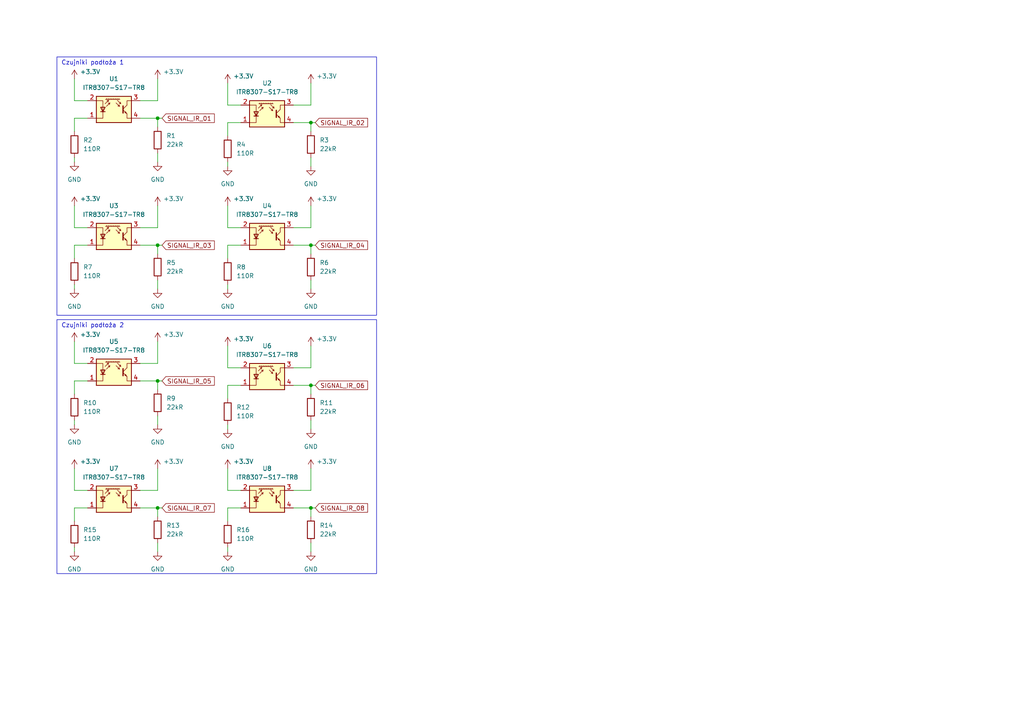
<source format=kicad_sch>
(kicad_sch (version 20230121) (generator eeschema)
  (paper "A4")
  (lib_symbols
    (symbol "Device:R" (pin_numbers hide) (pin_names (offset 0))
      (property "Reference" "R" (at 2.032 0 90))
      (property "Value" "R" (at 0 0 90))
      (symbol "R_0_1"
        (rectangle (start -1.016 -2.54) (end 1.016 2.54) (stroke (width 0.254)))
      )
      (symbol "R_1_1"
        (pin passive line (at 0 3.81 270) (length 1.27) (name "~") (number "1"))
        (pin passive line (at 0 -3.81 90) (length 1.27) (name "~") (number "2"))
      )
    )
    (symbol "Sensor_Proximity:ITR8307-S17-TR8" (pin_names (offset 0.0254) hide)
      (property "Reference" "U" (at -3.81 5.08 0))
      (property "Value" "ITR8307-S17-TR8" (at 15.24 5.08 0))
      (symbol "ITR8307-S17-TR8_0_1"
        (polyline (pts (xy -3.81 -0.635) (xy -2.54 -0.635)) (stroke (width 0.254)))
        (polyline (pts (xy -2.286 2.921) (xy -2.032 3.175)))
        (polyline (pts (xy -1.778 2.921) (xy -1.524 3.175)))
        (polyline (pts (xy -1.524 2.667) (xy -1.651 2.159)))
        (polyline (pts (xy -1.27 2.921) (xy -1.016 3.175)))
        (polyline (pts (xy -1.143 1.905) (xy -1.27 1.397)))
        (polyline (pts (xy -0.762 2.921) (xy -0.508 3.175)))
        (polyline (pts (xy -0.254 2.921) (xy 0 3.175)))
        (polyline (pts (xy 0.254 2.921) (xy 0.508 3.175)))
        (polyline (pts (xy 0.762 2.921) (xy 1.016 3.175)))
        (polyline (pts (xy 1.27 2.921) (xy 1.524 3.175)))
        (polyline (pts (xy 1.651 0.889) (xy 1.143 1.016)))
        (polyline (pts (xy 1.778 2.921) (xy -2.413 2.921)))
        (polyline (pts (xy 2.032 1.651) (xy 1.524 1.778)))
        (polyline (pts (xy 2.667 -0.127) (xy 3.81 -1.27)))
        (polyline (pts (xy 2.667 0.127) (xy 3.81 1.27)))
        (polyline (pts (xy -2.54 1.651) (xy -1.524 2.667) (xy -2.032 2.54)))
        (polyline (pts (xy -2.159 0.889) (xy -1.143 1.905) (xy -1.651 1.778)))
        (polyline (pts (xy 0.635 1.905) (xy 1.651 0.889) (xy 1.524 1.397)))
        (polyline (pts (xy 1.016 2.667) (xy 2.032 1.651) (xy 1.905 2.159)))
        (polyline (pts (xy 2.667 1.016) (xy 2.667 -1.016) (xy 2.667 -1.016)) (stroke (width 0.3556)))
        (polyline (pts (xy 3.81 -1.27) (xy 3.81 -2.54) (xy 5.08 -2.54)))
        (polyline (pts (xy 3.81 1.27) (xy 3.81 2.54) (xy 5.08 2.54)))
        (polyline (pts (xy -5.08 -2.54) (xy -3.175 -2.54) (xy -3.175 2.54) (xy -5.08 2.54)))
        (polyline (pts (xy -3.175 -0.635) (xy -3.81 0.635) (xy -2.54 0.635) (xy -3.175 -0.635)) (stroke (width 0.254)))
        (polyline (pts (xy 3.683 -1.143) (xy 3.429 -0.635) (xy 3.175 -0.889) (xy 3.683 -1.143)))
        (polyline (pts (xy -5.08 -3.81) (xy 5.08 -3.81) (xy 5.08 3.81) (xy -5.08 3.81) (xy -5.08 -3.81)) (stroke (width 0.254)) (fill (type background)))
      )
      (symbol "ITR8307-S17-TR8_1_1"
        (pin passive line (at -7.62 -2.54 0) (length 2.54) (name "K") (number "1"))
        (pin passive line (at -7.62 2.54 0) (length 2.54) (name "A") (number "2"))
        (pin open_collector line (at 7.62 2.54 180) (length 2.54) (name "~") (number "3"))
        (pin open_emitter line (at 7.62 -2.54 180) (length 2.54) (name "~") (number "4"))
      )
    )
    (symbol "power:+3.3V" (power) (pin_names (offset 0))
      (property "Value" "+3.3V" (at 0 3.556 0))
      (symbol "+3.3V_0_1"
        (polyline (pts (xy -0.762 1.27) (xy 0 2.54)))
        (polyline (pts (xy 0 0) (xy 0 2.54)))
        (polyline (pts (xy 0 2.54) (xy 0.762 1.27)))
      )
      (symbol "+3.3V_1_1"
        (pin power_in line (at 0 0 90) (length 0) hide (name "+3.3V") (number "1"))
      )
    )
    (symbol "power:GND" (power) (pin_names (offset 0))
      (property "Value" "GND" (at 0 -3.81 0))
      (symbol "GND_0_1"
        (polyline (pts (xy 0 0) (xy 0 -1.27) (xy 1.27 -1.27) (xy 0 -2.54) (xy -1.27 -1.27) (xy 0 -1.27)))
      )
      (symbol "GND_1_1"
        (pin power_in line (at 0 0 270) (length 0) hide (name "GND") (number "1"))
      )
    )
  )
  (junction (at 90.17 111.76))
  (junction (at 45.72 71.12))
  (junction (at 90.17 71.12))
  (junction (at 45.72 147.32))
  (junction (at 90.17 35.56))
  (junction (at 90.17 147.32))
  (junction (at 45.72 110.49))
  (junction (at 45.72 34.29))
  (wire (pts (xy 85.09 30.48) (xy 90.17 30.48)))
  (wire (pts (xy 66.04 147.32) (xy 69.85 147.32)))
  (wire (pts (xy 21.59 135.89) (xy 21.59 142.24)))
  (wire (pts (xy 66.04 24.13) (xy 66.04 30.48)))
  (wire (pts (xy 90.17 114.3) (xy 90.17 111.76)))
  (wire (pts (xy 45.72 81.28) (xy 45.72 83.82)))
  (wire (pts (xy 45.72 71.12) (xy 40.64 71.12)))
  (wire (pts (xy 21.59 45.72) (xy 21.59 46.99)))
  (wire (pts (xy 66.04 82.55) (xy 66.04 83.82)))
  (wire (pts (xy 21.59 59.69) (xy 21.59 66.04)))
  (wire (pts (xy 90.17 71.12) (xy 91.44 71.12)))
  (wire (pts (xy 66.04 39.37) (xy 66.04 35.56)))
  (wire (pts (xy 21.59 158.75) (xy 21.59 160.02)))
  (wire (pts (xy 85.09 142.24) (xy 90.17 142.24)))
  (wire (pts (xy 21.59 34.29) (xy 25.4 34.29)))
  (wire (pts (xy 21.59 105.41) (xy 25.4 105.41)))
  (wire (pts (xy 21.59 147.32) (xy 25.4 147.32)))
  (wire (pts (xy 66.04 135.89) (xy 66.04 142.24)))
  (wire (pts (xy 21.59 99.06) (xy 21.59 105.41)))
  (wire (pts (xy 45.72 71.12) (xy 46.99 71.12)))
  (wire (pts (xy 90.17 35.56) (xy 91.44 35.56)))
  (wire (pts (xy 90.17 38.1) (xy 90.17 35.56)))
  (wire (pts (xy 66.04 142.24) (xy 69.85 142.24)))
  (wire (pts (xy 45.72 157.48) (xy 45.72 160.02)))
  (wire (pts (xy 66.04 158.75) (xy 66.04 160.02)))
  (wire (pts (xy 90.17 135.89) (xy 90.17 142.24)))
  (wire (pts (xy 21.59 74.93) (xy 21.59 71.12)))
  (wire (pts (xy 90.17 147.32) (xy 85.09 147.32)))
  (wire (pts (xy 21.59 82.55) (xy 21.59 83.82)))
  (wire (pts (xy 66.04 35.56) (xy 69.85 35.56)))
  (wire (pts (xy 21.59 29.21) (xy 25.4 29.21)))
  (wire (pts (xy 66.04 100.33) (xy 66.04 106.68)))
  (wire (pts (xy 21.59 38.1) (xy 21.59 34.29)))
  (wire (pts (xy 66.04 46.99) (xy 66.04 48.26)))
  (wire (pts (xy 90.17 45.72) (xy 90.17 48.26)))
  (wire (pts (xy 66.04 30.48) (xy 69.85 30.48)))
  (wire (pts (xy 85.09 106.68) (xy 90.17 106.68)))
  (wire (pts (xy 45.72 34.29) (xy 40.64 34.29)))
  (wire (pts (xy 66.04 123.19) (xy 66.04 124.46)))
  (wire (pts (xy 45.72 99.06) (xy 45.72 105.41)))
  (wire (pts (xy 90.17 100.33) (xy 90.17 106.68)))
  (wire (pts (xy 90.17 149.86) (xy 90.17 147.32)))
  (wire (pts (xy 90.17 157.48) (xy 90.17 160.02)))
  (wire (pts (xy 66.04 66.04) (xy 69.85 66.04)))
  (wire (pts (xy 66.04 59.69) (xy 66.04 66.04)))
  (wire (pts (xy 66.04 111.76) (xy 69.85 111.76)))
  (wire (pts (xy 90.17 81.28) (xy 90.17 83.82)))
  (wire (pts (xy 21.59 142.24) (xy 25.4 142.24)))
  (wire (pts (xy 90.17 111.76) (xy 85.09 111.76)))
  (wire (pts (xy 85.09 66.04) (xy 90.17 66.04)))
  (wire (pts (xy 21.59 110.49) (xy 25.4 110.49)))
  (wire (pts (xy 45.72 59.69) (xy 45.72 66.04)))
  (wire (pts (xy 45.72 34.29) (xy 46.99 34.29)))
  (wire (pts (xy 45.72 147.32) (xy 45.72 149.86)))
  (wire (pts (xy 21.59 66.04) (xy 25.4 66.04)))
  (wire (pts (xy 90.17 147.32) (xy 91.44 147.32)))
  (wire (pts (xy 66.04 74.93) (xy 66.04 71.12)))
  (wire (pts (xy 66.04 151.13) (xy 66.04 147.32)))
  (wire (pts (xy 66.04 106.68) (xy 69.85 106.68)))
  (wire (pts (xy 90.17 121.92) (xy 90.17 124.46)))
  (wire (pts (xy 45.72 110.49) (xy 45.72 113.03)))
  (wire (pts (xy 66.04 71.12) (xy 69.85 71.12)))
  (wire (pts (xy 21.59 114.3) (xy 21.59 110.49)))
  (wire (pts (xy 90.17 71.12) (xy 85.09 71.12)))
  (wire (pts (xy 90.17 24.13) (xy 90.17 30.48)))
  (wire (pts (xy 45.72 147.32) (xy 46.99 147.32)))
  (wire (pts (xy 21.59 151.13) (xy 21.59 147.32)))
  (wire (pts (xy 90.17 35.56) (xy 85.09 35.56)))
  (wire (pts (xy 21.59 71.12) (xy 25.4 71.12)))
  (wire (pts (xy 40.64 29.21) (xy 45.72 29.21)))
  (wire (pts (xy 90.17 111.76) (xy 91.44 111.76)))
  (wire (pts (xy 90.17 59.69) (xy 90.17 66.04)))
  (wire (pts (xy 90.17 73.66) (xy 90.17 71.12)))
  (wire (pts (xy 45.72 34.29) (xy 45.72 36.83)))
  (wire (pts (xy 45.72 71.12) (xy 45.72 73.66)))
  (wire (pts (xy 45.72 22.86) (xy 45.72 29.21)))
  (wire (pts (xy 40.64 142.24) (xy 45.72 142.24)))
  (wire (pts (xy 45.72 110.49) (xy 46.99 110.49)))
  (wire (pts (xy 45.72 110.49) (xy 40.64 110.49)))
  (wire (pts (xy 66.04 115.57) (xy 66.04 111.76)))
  (wire (pts (xy 45.72 44.45) (xy 45.72 46.99)))
  (wire (pts (xy 40.64 105.41) (xy 45.72 105.41)))
  (wire (pts (xy 45.72 120.65) (xy 45.72 123.19)))
  (wire (pts (xy 45.72 135.89) (xy 45.72 142.24)))
  (wire (pts (xy 21.59 22.86) (xy 21.59 29.21)))
  (wire (pts (xy 21.59 121.92) (xy 21.59 123.19)))
  (wire (pts (xy 45.72 147.32) (xy 40.64 147.32)))
  (wire (pts (xy 40.64 66.04) (xy 45.72 66.04)))
  (rectangle (start 16.51 16.51) (end 109.22 91.44))
  (rectangle (start 16.51 92.71) (end 109.22 166.37))
  (text "Czujniki podłoża 2\n" (at 17.78 95.25 0) (effects (font (size 1.27 1.27)) (justify left bottom)))
  (text "Czujniki podłoża 1" (at 17.78 19.05 0) (effects (font (size 1.27 1.27)) (justify left bottom)))
  (global_label "SIGNAL_IR_06" (shape input) (at 91.44 111.76 0) (property "Intersheetrefs" "${INTERSHEET_REFS}" (effects hide)))
  (global_label "SIGNAL_IR_03" (shape input) (at 46.99 71.12 0) (property "Intersheetrefs" "${INTERSHEET_REFS}" (effects hide)))
  (global_label "SIGNAL_IR_04" (shape input) (at 91.44 71.12 0) (property "Intersheetrefs" "${INTERSHEET_REFS}" (effects hide)))
  (global_label "SIGNAL_IR_01" (shape input) (at 46.99 34.29 0) (property "Intersheetrefs" "${INTERSHEET_REFS}" (effects hide)))
  (global_label "SIGNAL_IR_02" (shape input) (at 91.44 35.56 0) (property "Intersheetrefs" "${INTERSHEET_REFS}" (effects hide)))
  (global_label "SIGNAL_IR_07" (shape input) (at 46.99 147.32 0) (property "Intersheetrefs" "${INTERSHEET_REFS}" (effects hide)))
  (global_label "SIGNAL_IR_08" (shape input) (at 91.44 147.32 0) (property "Intersheetrefs" "${INTERSHEET_REFS}" (effects hide)))
  (global_label "SIGNAL_IR_05" (shape input) (at 46.99 110.49 0) (property "Intersheetrefs" "${INTERSHEET_REFS}" (effects hide)))
  (symbol (lib_id "power:GND") (at 45.72 160.02 0) (unit 1)
    (property "Reference" "#PWR030" (effects hide))
    (property "Value" "GND" (at 45.72 165.1 0))
    (instances (project "Płytka z czujnikami" (path "" (reference "#PWR030") (unit 1))) (project "LF_1" (path "" (reference "#PWR05") (unit 1)) (path "" (reference "#PWR035") (unit 1)) (path "" (reference "#PWR089") (unit 1))))
  )
  (symbol (lib_id "power:+3.3V") (at 90.17 24.13 0) (unit 1)
    (property "Reference" "#PWR04" (effects hide))
    (property "Value" "+3.3V" (at 94.742 22.098 0))
    (instances (project "Płytka z czujnikami" (path "" (reference "#PWR04") (unit 1))) (project "LF_1" (path "" (reference "#PWR04") (unit 1)) (path "" (reference "#PWR041") (unit 1))))
  )
  (symbol (lib_id "Sensor_Proximity:ITR8307-S17-TR8") (at 33.02 107.95 0) (unit 1)
    (property "Reference" "U5" (at 33.02 99.06 0))
    (property "Value" "ITR8307-S17-TR8" (at 33.02 101.6 0))
    (property "Footprint" "OptoDevice:Everlight_ITR1201SR10AR" (effects hide))
    (property "Datasheet" "https://datasheet.lcsc.com/szlcsc/1810010232_Everlight-Elec-ITR8307-S17-TR8-B_C81632.pdf" (effects hide))
    (instances (project "Płytka z czujnikami" (path "" (reference "U5") (unit 1))) (project "LF_1" (path "" (reference "U9") (unit 1))))
  )
  (symbol (lib_id "Device:R") (at 66.04 43.18 0) (unit 1)
    (property "Reference" "R4" (at 68.58 41.91 0) (effects (justify left)))
    (property "Value" "110R" (at 68.58 44.45 0) (effects (justify left)))
    (instances (project "Płytka z czujnikami" (path "" (reference "R4") (unit 1))) (project "LF_1" (path "" (reference "R14") (unit 1))))
  )
  (symbol (lib_id "power:GND") (at 45.72 83.82 0) (unit 1)
    (property "Reference" "#PWR014" (effects hide))
    (property "Value" "GND" (at 45.72 88.9 0))
    (instances (project "Płytka z czujnikami" (path "" (reference "#PWR014") (unit 1))) (project "LF_1" (path "" (reference "#PWR05") (unit 1)) (path "" (reference "#PWR035") (unit 1)) (path "" (reference "#PWR052") (unit 1))))
  )
  (symbol (lib_id "Device:R") (at 21.59 118.11 0) (unit 1)
    (property "Reference" "R10" (at 24.13 116.84 0) (effects (justify left)))
    (property "Value" "110R" (at 24.13 119.38 0) (effects (justify left)))
    (instances (project "Płytka z czujnikami" (path "" (reference "R10") (unit 1))) (project "LF_1" (path "" (reference "R27") (unit 1))))
  )
  (symbol (lib_id "power:GND") (at 66.04 48.26 0) (unit 1)
    (property "Reference" "#PWR07" (effects hide))
    (property "Value" "GND" (at 66.04 53.34 0))
    (instances (project "Płytka z czujnikami" (path "" (reference "#PWR07") (unit 1))) (project "LF_1" (path "" (reference "#PWR05") (unit 1)) (path "" (reference "#PWR035") (unit 1)) (path "" (reference "#PWR045") (unit 1))))
  )
  (symbol (lib_id "power:+3.3V") (at 45.72 59.69 0) (unit 1)
    (property "Reference" "#PWR010" (effects hide))
    (property "Value" "+3.3V" (at 50.292 57.658 0))
    (instances (project "Płytka z czujnikami" (path "" (reference "#PWR010") (unit 1))) (project "LF_1" (path "" (reference "#PWR04") (unit 1)) (path "" (reference "#PWR048") (unit 1))))
  )
  (symbol (lib_id "Device:R") (at 66.04 78.74 0) (unit 1)
    (property "Reference" "R8" (at 68.58 77.47 0) (effects (justify left)))
    (property "Value" "110R" (at 68.58 80.01 0) (effects (justify left)))
    (instances (project "Płytka z czujnikami" (path "" (reference "R8") (unit 1))) (project "LF_1" (path "" (reference "R18") (unit 1))))
  )
  (symbol (lib_id "Device:R") (at 21.59 154.94 0) (unit 1)
    (property "Reference" "R15" (at 24.13 153.67 0) (effects (justify left)))
    (property "Value" "110R" (at 24.13 156.21 0) (effects (justify left)))
    (instances (project "Płytka z czujnikami" (path "" (reference "R15") (unit 1))) (project "LF_1" (path "" (reference "R33") (unit 1))))
  )
  (symbol (lib_id "power:+3.3V") (at 21.59 59.69 0) (unit 1)
    (property "Reference" "#PWR09" (effects hide))
    (property "Value" "+3.3V" (at 26.162 57.658 0))
    (instances (project "Płytka z czujnikami" (path "" (reference "#PWR09") (unit 1))) (project "LF_1" (path "" (reference "#PWR04") (unit 1)) (path "" (reference "#PWR047") (unit 1))))
  )
  (symbol (lib_id "power:GND") (at 21.59 160.02 0) (unit 1)
    (property "Reference" "#PWR029" (effects hide))
    (property "Value" "GND" (at 21.59 165.1 0))
    (instances (project "Płytka z czujnikami" (path "" (reference "#PWR029") (unit 1))) (project "LF_1" (path "" (reference "#PWR05") (unit 1)) (path "" (reference "#PWR035") (unit 1)) (path "" (reference "#PWR088") (unit 1))))
  )
  (symbol (lib_id "power:GND") (at 45.72 123.19 0) (unit 1)
    (property "Reference" "#PWR022" (effects hide))
    (property "Value" "GND" (at 45.72 128.27 0))
    (instances (project "Płytka z czujnikami" (path "" (reference "#PWR022") (unit 1))) (project "LF_1" (path "" (reference "#PWR05") (unit 1)) (path "" (reference "#PWR035") (unit 1)) (path "" (reference "#PWR077") (unit 1))))
  )
  (symbol (lib_id "Device:R") (at 21.59 78.74 0) (unit 1)
    (property "Reference" "R7" (at 24.13 77.47 0) (effects (justify left)))
    (property "Value" "110R" (at 24.13 80.01 0) (effects (justify left)))
    (instances (project "Płytka z czujnikami" (path "" (reference "R7") (unit 1))) (project "LF_1" (path "" (reference "R16") (unit 1))))
  )
  (symbol (lib_id "Sensor_Proximity:ITR8307-S17-TR8") (at 77.47 109.22 0) (unit 1)
    (property "Reference" "U6" (at 77.47 100.33 0))
    (property "Value" "ITR8307-S17-TR8" (at 77.47 102.87 0))
    (property "Footprint" "OptoDevice:Everlight_ITR1201SR10AR" (effects hide))
    (property "Datasheet" "https://datasheet.lcsc.com/szlcsc/1810010232_Everlight-Elec-ITR8307-S17-TR8-B_C81632.pdf" (effects hide))
    (instances (project "Płytka z czujnikami" (path "" (reference "U6") (unit 1))) (project "LF_1" (path "" (reference "U10") (unit 1))))
  )
  (symbol (lib_id "power:GND") (at 66.04 83.82 0) (unit 1)
    (property "Reference" "#PWR015" (effects hide))
    (property "Value" "GND" (at 66.04 88.9 0))
    (instances (project "Płytka z czujnikami" (path "" (reference "#PWR015") (unit 1))) (project "LF_1" (path "" (reference "#PWR05") (unit 1)) (path "" (reference "#PWR035") (unit 1)) (path "" (reference "#PWR053") (unit 1))))
  )
  (symbol (lib_id "power:GND") (at 90.17 83.82 0) (unit 1)
    (property "Reference" "#PWR016" (effects hide))
    (property "Value" "GND" (at 90.17 88.9 0))
    (instances (project "Płytka z czujnikami" (path "" (reference "#PWR016") (unit 1))) (project "LF_1" (path "" (reference "#PWR05") (unit 1)) (path "" (reference "#PWR035") (unit 1)) (path "" (reference "#PWR054") (unit 1))))
  )
  (symbol (lib_id "Device:R") (at 90.17 153.67 0) (unit 1)
    (property "Reference" "R14" (at 92.71 152.4 0) (effects (justify left)))
    (property "Value" "22kR" (at 92.71 154.94 0) (effects (justify left)))
    (instances (project "Płytka z czujnikami" (path "" (reference "R14") (unit 1))) (project "LF_1" (path "" (reference "R34") (unit 1))))
  )
  (symbol (lib_id "power:+3.3V") (at 66.04 59.69 0) (unit 1)
    (property "Reference" "#PWR011" (effects hide))
    (property "Value" "+3.3V" (at 70.612 57.658 0))
    (instances (project "Płytka z czujnikami" (path "" (reference "#PWR011") (unit 1))) (project "LF_1" (path "" (reference "#PWR04") (unit 1)) (path "" (reference "#PWR049") (unit 1))))
  )
  (symbol (lib_id "power:GND") (at 66.04 160.02 0) (unit 1)
    (property "Reference" "#PWR031" (effects hide))
    (property "Value" "GND" (at 66.04 165.1 0))
    (instances (project "Płytka z czujnikami" (path "" (reference "#PWR031") (unit 1))) (project "LF_1" (path "" (reference "#PWR05") (unit 1)) (path "" (reference "#PWR035") (unit 1)) (path "" (reference "#PWR090") (unit 1))))
  )
  (symbol (lib_id "power:+3.3V") (at 90.17 59.69 0) (unit 1)
    (property "Reference" "#PWR012" (effects hide))
    (property "Value" "+3.3V" (at 94.742 57.658 0))
    (instances (project "Płytka z czujnikami" (path "" (reference "#PWR012") (unit 1))) (project "LF_1" (path "" (reference "#PWR04") (unit 1)) (path "" (reference "#PWR050") (unit 1))))
  )
  (symbol (lib_id "Device:R") (at 90.17 41.91 0) (unit 1)
    (property "Reference" "R3" (at 92.71 40.64 0) (effects (justify left)))
    (property "Value" "22kR" (at 92.71 43.18 0) (effects (justify left)))
    (instances (project "Płytka z czujnikami" (path "" (reference "R3") (unit 1))) (project "LF_1" (path "" (reference "R13") (unit 1))))
  )
  (symbol (lib_id "power:GND") (at 45.72 46.99 0) (unit 1)
    (property "Reference" "#PWR06" (effects hide))
    (property "Value" "GND" (at 45.72 52.07 0))
    (instances (project "Płytka z czujnikami" (path "" (reference "#PWR06") (unit 1))) (project "LF_1" (path "" (reference "#PWR05") (unit 1)) (path "" (reference "#PWR035") (unit 1)) (path "" (reference "#PWR044") (unit 1))))
  )
  (symbol (lib_id "power:+3.3V") (at 45.72 135.89 0) (unit 1)
    (property "Reference" "#PWR026" (effects hide))
    (property "Value" "+3.3V" (at 50.292 133.858 0))
    (instances (project "Płytka z czujnikami" (path "" (reference "#PWR026") (unit 1))) (project "LF_1" (path "" (reference "#PWR04") (unit 1)) (path "" (reference "#PWR083") (unit 1))))
  )
  (symbol (lib_id "power:+3.3V") (at 66.04 24.13 0) (unit 1)
    (property "Reference" "#PWR03" (effects hide))
    (property "Value" "+3.3V" (at 70.612 22.098 0))
    (instances (project "Płytka z czujnikami" (path "" (reference "#PWR03") (unit 1))) (project "LF_1" (path "" (reference "#PWR04") (unit 1)) (path "" (reference "#PWR040") (unit 1))))
  )
  (symbol (lib_id "Sensor_Proximity:ITR8307-S17-TR8") (at 33.02 31.75 0) (unit 1)
    (property "Reference" "U1" (at 33.02 22.86 0))
    (property "Value" "ITR8307-S17-TR8" (at 33.02 25.4 0))
    (property "Footprint" "OptoDevice:Everlight_ITR1201SR10AR" (effects hide))
    (property "Datasheet" "https://datasheet.lcsc.com/szlcsc/1810010232_Everlight-Elec-ITR8307-S17-TR8-B_C81632.pdf" (effects hide))
    (instances (project "Płytka z czujnikami" (path "" (reference "U1") (unit 1))) (project "LF_1" (path "" (reference "U3") (unit 1))))
  )
  (symbol (lib_id "power:GND") (at 90.17 124.46 0) (unit 1)
    (property "Reference" "#PWR024" (effects hide))
    (property "Value" "GND" (at 90.17 129.54 0))
    (instances (project "Płytka z czujnikami" (path "" (reference "#PWR024") (unit 1))) (project "LF_1" (path "" (reference "#PWR05") (unit 1)) (path "" (reference "#PWR035") (unit 1)) (path "" (reference "#PWR079") (unit 1))))
  )
  (symbol (lib_id "power:GND") (at 21.59 46.99 0) (unit 1)
    (property "Reference" "#PWR05" (effects hide))
    (property "Value" "GND" (at 21.59 52.07 0))
    (instances (project "Płytka z czujnikami" (path "" (reference "#PWR05") (unit 1))) (project "LF_1" (path "" (reference "#PWR05") (unit 1)) (path "" (reference "#PWR035") (unit 1)) (path "" (reference "#PWR043") (unit 1))))
  )
  (symbol (lib_id "Device:R") (at 45.72 116.84 0) (unit 1)
    (property "Reference" "R9" (at 48.26 115.57 0) (effects (justify left)))
    (property "Value" "22kR" (at 48.26 118.11 0) (effects (justify left)))
    (instances (project "Płytka z czujnikami" (path "" (reference "R9") (unit 1))) (project "LF_1" (path "" (reference "R26") (unit 1))))
  )
  (symbol (lib_id "power:+3.3V") (at 45.72 22.86 0) (unit 1)
    (property "Reference" "#PWR02" (effects hide))
    (property "Value" "+3.3V" (at 50.292 20.828 0))
    (instances (project "Płytka z czujnikami" (path "" (reference "#PWR02") (unit 1))) (project "LF_1" (path "" (reference "#PWR04") (unit 1)) (path "" (reference "#PWR039") (unit 1))))
  )
  (symbol (lib_id "power:GND") (at 21.59 83.82 0) (unit 1)
    (property "Reference" "#PWR013" (effects hide))
    (property "Value" "GND" (at 21.59 88.9 0))
    (instances (project "Płytka z czujnikami" (path "" (reference "#PWR013") (unit 1))) (project "LF_1" (path "" (reference "#PWR05") (unit 1)) (path "" (reference "#PWR035") (unit 1)) (path "" (reference "#PWR051") (unit 1))))
  )
  (symbol (lib_id "power:+3.3V") (at 21.59 135.89 0) (unit 1)
    (property "Reference" "#PWR025" (effects hide))
    (property "Value" "+3.3V" (at 26.162 133.858 0))
    (instances (project "Płytka z czujnikami" (path "" (reference "#PWR025") (unit 1))) (project "LF_1" (path "" (reference "#PWR04") (unit 1)) (path "" (reference "#PWR082") (unit 1))))
  )
  (symbol (lib_id "Device:R") (at 45.72 40.64 0) (unit 1)
    (property "Reference" "R1" (at 48.26 39.37 0) (effects (justify left)))
    (property "Value" "22kR" (at 48.26 41.91 0) (effects (justify left)))
    (instances (project "Płytka z czujnikami" (path "" (reference "R1") (unit 1))) (project "LF_1" (path "" (reference "R11") (unit 1))))
  )
  (symbol (lib_id "Device:R") (at 90.17 77.47 0) (unit 1)
    (property "Reference" "R6" (at 92.71 76.2 0) (effects (justify left)))
    (property "Value" "22kR" (at 92.71 78.74 0) (effects (justify left)))
    (instances (project "Płytka z czujnikami" (path "" (reference "R6") (unit 1))) (project "LF_1" (path "" (reference "R17") (unit 1))))
  )
  (symbol (lib_id "Sensor_Proximity:ITR8307-S17-TR8") (at 77.47 33.02 0) (unit 1)
    (property "Reference" "U2" (at 77.47 24.13 0))
    (property "Value" "ITR8307-S17-TR8" (at 77.47 26.67 0))
    (property "Footprint" "OptoDevice:Everlight_ITR1201SR10AR" (effects hide))
    (property "Datasheet" "https://datasheet.lcsc.com/szlcsc/1810010232_Everlight-Elec-ITR8307-S17-TR8-B_C81632.pdf" (effects hide))
    (instances (project "Płytka z czujnikami" (path "" (reference "U2") (unit 1))) (project "LF_1" (path "" (reference "U4") (unit 1))))
  )
  (symbol (lib_id "power:GND") (at 90.17 160.02 0) (unit 1)
    (property "Reference" "#PWR032" (effects hide))
    (property "Value" "GND" (at 90.17 165.1 0))
    (instances (project "Płytka z czujnikami" (path "" (reference "#PWR032") (unit 1))) (project "LF_1" (path "" (reference "#PWR05") (unit 1)) (path "" (reference "#PWR035") (unit 1)) (path "" (reference "#PWR091") (unit 1))))
  )
  (symbol (lib_id "power:+3.3V") (at 66.04 100.33 0) (unit 1)
    (property "Reference" "#PWR019" (effects hide))
    (property "Value" "+3.3V" (at 70.612 98.298 0))
    (instances (project "Płytka z czujnikami" (path "" (reference "#PWR019") (unit 1))) (project "LF_1" (path "" (reference "#PWR04") (unit 1)) (path "" (reference "#PWR073") (unit 1))))
  )
  (symbol (lib_id "power:GND") (at 90.17 48.26 0) (unit 1)
    (property "Reference" "#PWR08" (effects hide))
    (property "Value" "GND" (at 90.17 53.34 0))
    (instances (project "Płytka z czujnikami" (path "" (reference "#PWR08") (unit 1))) (project "LF_1" (path "" (reference "#PWR05") (unit 1)) (path "" (reference "#PWR035") (unit 1)) (path "" (reference "#PWR046") (unit 1))))
  )
  (symbol (lib_id "power:+3.3V") (at 45.72 99.06 0) (unit 1)
    (property "Reference" "#PWR018" (effects hide))
    (property "Value" "+3.3V" (at 50.292 97.028 0))
    (instances (project "Płytka z czujnikami" (path "" (reference "#PWR018") (unit 1))) (project "LF_1" (path "" (reference "#PWR04") (unit 1)) (path "" (reference "#PWR072") (unit 1))))
  )
  (symbol (lib_id "power:+3.3V") (at 21.59 22.86 0) (unit 1)
    (property "Reference" "#PWR01" (effects hide))
    (property "Value" "+3.3V" (at 26.162 20.828 0))
    (instances (project "Płytka z czujnikami" (path "" (reference "#PWR01") (unit 1))) (project "LF_1" (path "" (reference "#PWR04") (unit 1)) (path "" (reference "#PWR038") (unit 1))))
  )
  (symbol (lib_id "Device:R") (at 66.04 154.94 0) (unit 1)
    (property "Reference" "R16" (at 68.58 153.67 0) (effects (justify left)))
    (property "Value" "110R" (at 68.58 156.21 0) (effects (justify left)))
    (instances (project "Płytka z czujnikami" (path "" (reference "R16") (unit 1))) (project "LF_1" (path "" (reference "R36") (unit 1))))
  )
  (symbol (lib_id "power:+3.3V") (at 21.59 99.06 0) (unit 1)
    (property "Reference" "#PWR017" (effects hide))
    (property "Value" "+3.3V" (at 26.162 97.028 0))
    (instances (project "Płytka z czujnikami" (path "" (reference "#PWR017") (unit 1))) (project "LF_1" (path "" (reference "#PWR04") (unit 1)) (path "" (reference "#PWR071") (unit 1))))
  )
  (symbol (lib_id "Sensor_Proximity:ITR8307-S17-TR8") (at 33.02 144.78 0) (unit 1)
    (property "Reference" "U7" (at 33.02 135.89 0))
    (property "Value" "ITR8307-S17-TR8" (at 33.02 138.43 0))
    (property "Footprint" "OptoDevice:Everlight_ITR1201SR10AR" (effects hide))
    (property "Datasheet" "https://datasheet.lcsc.com/szlcsc/1810010232_Everlight-Elec-ITR8307-S17-TR8-B_C81632.pdf" (effects hide))
    (instances (project "Płytka z czujnikami" (path "" (reference "U7") (unit 1))) (project "LF_1" (path "" (reference "U11") (unit 1))))
  )
  (symbol (lib_id "Sensor_Proximity:ITR8307-S17-TR8") (at 77.47 68.58 0) (unit 1)
    (property "Reference" "U4" (at 77.47 59.69 0))
    (property "Value" "ITR8307-S17-TR8" (at 77.47 62.23 0))
    (property "Footprint" "OptoDevice:Everlight_ITR1201SR10AR" (effects hide))
    (property "Datasheet" "https://datasheet.lcsc.com/szlcsc/1810010232_Everlight-Elec-ITR8307-S17-TR8-B_C81632.pdf" (effects hide))
    (instances (project "Płytka z czujnikami" (path "" (reference "U4") (unit 1))) (project "LF_1" (path "" (reference "U6") (unit 1))))
  )
  (symbol (lib_id "Device:R") (at 45.72 77.47 0) (unit 1)
    (property "Reference" "R5" (at 48.26 76.2 0) (effects (justify left)))
    (property "Value" "22kR" (at 48.26 78.74 0) (effects (justify left)))
    (instances (project "Płytka z czujnikami" (path "" (reference "R5") (unit 1))) (project "LF_1" (path "" (reference "R15") (unit 1))))
  )
  (symbol (lib_id "power:+3.3V") (at 90.17 135.89 0) (unit 1)
    (property "Reference" "#PWR028" (effects hide))
    (property "Value" "+3.3V" (at 94.742 133.858 0))
    (instances (project "Płytka z czujnikami" (path "" (reference "#PWR028") (unit 1))) (project "LF_1" (path "" (reference "#PWR04") (unit 1)) (path "" (reference "#PWR085") (unit 1))))
  )
  (symbol (lib_id "Device:R") (at 21.59 41.91 0) (unit 1)
    (property "Reference" "R2" (at 24.13 40.64 0) (effects (justify left)))
    (property "Value" "110R" (at 24.13 43.18 0) (effects (justify left)))
    (instances (project "Płytka z czujnikami" (path "" (reference "R2") (unit 1))) (project "LF_1" (path "" (reference "R12") (unit 1))))
  )
  (symbol (lib_id "Device:R") (at 45.72 153.67 0) (unit 1)
    (property "Reference" "R13" (at 48.26 152.4 0) (effects (justify left)))
    (property "Value" "22kR" (at 48.26 154.94 0) (effects (justify left)))
    (instances (project "Płytka z czujnikami" (path "" (reference "R13") (unit 1))) (project "LF_1" (path "" (reference "R32") (unit 1))))
  )
  (symbol (lib_id "Sensor_Proximity:ITR8307-S17-TR8") (at 33.02 68.58 0) (unit 1)
    (property "Reference" "U3" (at 33.02 59.69 0))
    (property "Value" "ITR8307-S17-TR8" (at 33.02 62.23 0))
    (property "Footprint" "OptoDevice:Everlight_ITR1201SR10AR" (effects hide))
    (property "Datasheet" "https://datasheet.lcsc.com/szlcsc/1810010232_Everlight-Elec-ITR8307-S17-TR8-B_C81632.pdf" (effects hide))
    (instances (project "Płytka z czujnikami" (path "" (reference "U3") (unit 1))) (project "LF_1" (path "" (reference "U5") (unit 1))))
  )
  (symbol (lib_id "Device:R") (at 90.17 118.11 0) (unit 1)
    (property "Reference" "R11" (at 92.71 116.84 0) (effects (justify left)))
    (property "Value" "22kR" (at 92.71 119.38 0) (effects (justify left)))
    (instances (project "Płytka z czujnikami" (path "" (reference "R11") (unit 1))) (project "LF_1" (path "" (reference "R28") (unit 1))))
  )
  (symbol (lib_id "power:GND") (at 66.04 124.46 0) (unit 1)
    (property "Reference" "#PWR023" (effects hide))
    (property "Value" "GND" (at 66.04 129.54 0))
    (instances (project "Płytka z czujnikami" (path "" (reference "#PWR023") (unit 1))) (project "LF_1" (path "" (reference "#PWR05") (unit 1)) (path "" (reference "#PWR035") (unit 1)) (path "" (reference "#PWR078") (unit 1))))
  )
  (symbol (lib_id "power:+3.3V") (at 66.04 135.89 0) (unit 1)
    (property "Reference" "#PWR027" (effects hide))
    (property "Value" "+3.3V" (at 70.612 133.858 0))
    (instances (project "Płytka z czujnikami" (path "" (reference "#PWR027") (unit 1))) (project "LF_1" (path "" (reference "#PWR04") (unit 1)) (path "" (reference "#PWR084") (unit 1))))
  )
  (symbol (lib_id "Sensor_Proximity:ITR8307-S17-TR8") (at 77.47 144.78 0) (unit 1)
    (property "Reference" "U8" (at 77.47 135.89 0))
    (property "Value" "ITR8307-S17-TR8" (at 77.47 138.43 0))
    (property "Footprint" "OptoDevice:Everlight_ITR1201SR10AR" (effects hide))
    (property "Datasheet" "https://datasheet.lcsc.com/szlcsc/1810010232_Everlight-Elec-ITR8307-S17-TR8-B_C81632.pdf" (effects hide))
    (instances (project "Płytka z czujnikami" (path "" (reference "U8") (unit 1))) (project "LF_1" (path "" (reference "U12") (unit 1))))
  )
  (symbol (lib_id "Device:R") (at 66.04 119.38 0) (unit 1)
    (property "Reference" "R12" (at 68.58 118.11 0) (effects (justify left)))
    (property "Value" "110R" (at 68.58 120.65 0) (effects (justify left)))
    (instances (project "Płytka z czujnikami" (path "" (reference "R12") (unit 1))) (project "LF_1" (path "" (reference "R29") (unit 1))))
  )
  (symbol (lib_id "power:+3.3V") (at 90.17 100.33 0) (unit 1)
    (property "Reference" "#PWR020" (effects hide))
    (property "Value" "+3.3V" (at 94.742 98.298 0))
    (instances (project "Płytka z czujnikami" (path "" (reference "#PWR020") (unit 1))) (project "LF_1" (path "" (reference "#PWR04") (unit 1)) (path "" (reference "#PWR074") (unit 1))))
  )
  (symbol (lib_id "power:GND") (at 21.59 123.19 0) (unit 1)
    (property "Reference" "#PWR021" (effects hide))
    (property "Value" "GND" (at 21.59 128.27 0))
    (instances (project "Płytka z czujnikami" (path "" (reference "#PWR021") (unit 1))) (project "LF_1" (path "" (reference "#PWR05") (unit 1)) (path "" (reference "#PWR035") (unit 1)) (path "" (reference "#PWR076") (unit 1))))
  )
)
</source>
